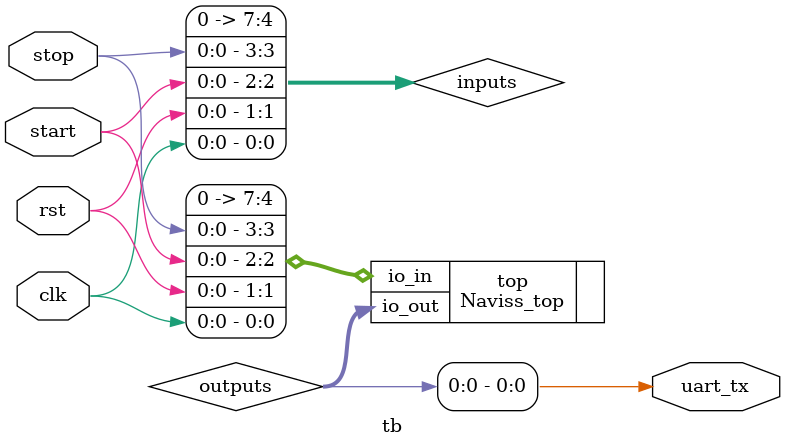
<source format=v>
`default_nettype none
`timescale 1ns/1ps

/*
this testbench just instantiates the module and makes some convenient wires
that can be driven / tested by the cocotb test.py
*/

module tb (
    // testbench is controlled by test.py
    input clk,
    input rst,
    input start, 
    input stop,
    output uart_tx
   );

    // this part dumps the trace to a vcd file that can be viewed with GTKWave
    initial begin
        $dumpfile ("tb.vcd");
        $dumpvars (0, tb);
        #10000;
    end

    // wire up the inputs and outputs
    wire [7:0] inputs = {6'b0,stop, start, rst, clk};
    wire [7:0] outputs;
    assign uart_tx = outputs[0];

    // instantiate the DUT
    Naviss_top top(
        .io_in  (inputs),
        .io_out (outputs)
        );

endmodule

</source>
